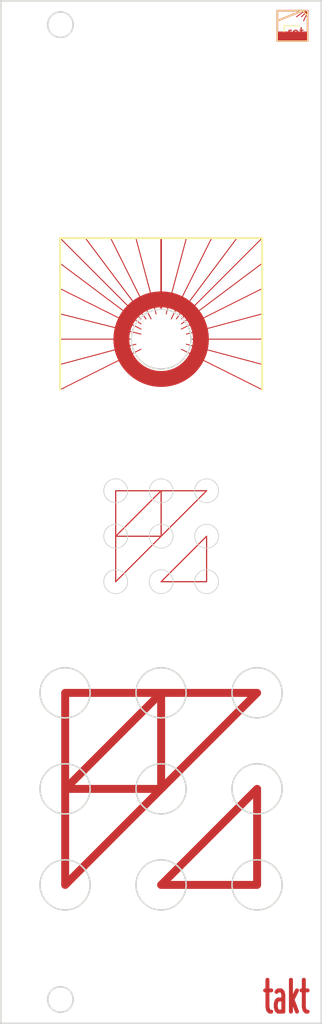
<source format=kicad_pcb>
(kicad_pcb (version 20171130) (host pcbnew "(5.1.2)-1")

  (general
    (thickness 1.6)
    (drawings 157)
    (tracks 0)
    (zones 0)
    (modules 0)
    (nets 1)
  )

  (page A4)
  (layers
    (0 F.Cu signal)
    (31 B.Cu signal)
    (32 B.Adhes user)
    (33 F.Adhes user)
    (34 B.Paste user)
    (35 F.Paste user)
    (36 B.SilkS user)
    (37 F.SilkS user)
    (38 B.Mask user hide)
    (39 F.Mask user)
    (40 Dwgs.User user)
    (41 Cmts.User user)
    (42 Eco1.User user)
    (43 Eco2.User user)
    (44 Edge.Cuts user)
    (45 Margin user)
    (46 B.CrtYd user)
    (47 F.CrtYd user)
    (48 B.Fab user)
    (49 F.Fab user)
  )

  (setup
    (last_trace_width 0.25)
    (trace_clearance 0.2)
    (zone_clearance 0.508)
    (zone_45_only no)
    (trace_min 0.2)
    (via_size 0.8)
    (via_drill 0.4)
    (via_min_size 0.4)
    (via_min_drill 0.3)
    (uvia_size 0.3)
    (uvia_drill 0.1)
    (uvias_allowed no)
    (uvia_min_size 0.2)
    (uvia_min_drill 0.1)
    (edge_width 0.05)
    (segment_width 0.2)
    (pcb_text_width 0.3)
    (pcb_text_size 1.5 1.5)
    (mod_edge_width 0.12)
    (mod_text_size 1 1)
    (mod_text_width 0.15)
    (pad_size 1.524 1.524)
    (pad_drill 0.762)
    (pad_to_mask_clearance 0.051)
    (solder_mask_min_width 0.25)
    (aux_axis_origin 0 0)
    (visible_elements FFFFFF7F)
    (pcbplotparams
      (layerselection 0x010fc_ffffffff)
      (usegerberextensions false)
      (usegerberattributes false)
      (usegerberadvancedattributes false)
      (creategerberjobfile false)
      (excludeedgelayer true)
      (linewidth 0.100000)
      (plotframeref false)
      (viasonmask false)
      (mode 1)
      (useauxorigin false)
      (hpglpennumber 1)
      (hpglpenspeed 20)
      (hpglpendiameter 15.000000)
      (psnegative false)
      (psa4output false)
      (plotreference true)
      (plotvalue true)
      (plotinvisibletext false)
      (padsonsilk false)
      (subtractmaskfromsilk false)
      (outputformat 1)
      (mirror false)
      (drillshape 0)
      (scaleselection 1)
      (outputdirectory "./"))
  )

  (net 0 "")

  (net_class Default "This is the default net class."
    (clearance 0.2)
    (trace_width 0.25)
    (via_dia 0.8)
    (via_drill 0.4)
    (uvia_dia 0.3)
    (uvia_drill 0.1)
  )

  (gr_text takt (at 142.6845 146.1135) (layer F.Mask) (tstamp 5CD2099C)
    (effects (font (size 4 2) (thickness 0.3)))
  )
  (gr_text takt (at 142.748 146.177) (layer F.Cu)
    (effects (font (size 4 2) (thickness 0.5)))
  )
  (gr_line (start 142.367 25.654) (end 142.4305 24.892) (layer F.Mask) (width 0.12))
  (gr_text rot (at 143.891 24.892) (layer F.Mask) (tstamp 5CD2096E)
    (effects (font (size 1 1) (thickness 0.15)))
  )
  (gr_line (start 142.621 24.13) (end 144.399 24.13) (layer F.SilkS) (width 0.12) (tstamp 5CD20911))
  (gr_line (start 142.494 24.003) (end 142.4305 24.892) (layer F.SilkS) (width 0.12) (tstamp 5CD20910))
  (gr_line (start 142.494 24.003) (end 142.621 24.13) (layer F.SilkS) (width 0.12) (tstamp 5CD2090F))
  (gr_line (start 142.367 25.654) (end 142.24 25.273) (layer F.Mask) (width 0.12) (tstamp 5CD2090E))
  (gr_line (start 142.24 25.273) (end 142.113 25.4) (layer F.Mask) (width 0.12) (tstamp 5CD2090D))
  (gr_line (start 144.78 22.225) (end 141.605 23.495) (layer F.SilkS) (width 0.12) (tstamp 5CD208DF))
  (gr_line (start 145.415 26.035) (end 145.415 22.225) (layer F.Mask) (width 0.2) (tstamp 5CD208DC))
  (gr_line (start 141.605 26.035) (end 141.605 22.225) (layer F.Mask) (width 0.2) (tstamp 5CD208CB))
  (gr_line (start 141.605 26.035) (end 145.415 26.035) (layer F.Mask) (width 0.2) (tstamp 5CD208CB))
  (gr_line (start 141.605 22.225) (end 145.415 22.225) (layer F.Mask) (width 0.2) (tstamp 5CD208CB))
  (gr_line (start 141.605 26.035) (end 145.415 26.035) (layer F.Cu) (width 0.2) (tstamp 5CD208CB))
  (gr_line (start 145.415 22.225) (end 145.415 26.035) (layer F.Cu) (width 0.2) (tstamp 5CD208C4))
  (gr_line (start 141.605 22.225) (end 145.415 22.225) (layer F.Cu) (width 0.2) (tstamp 5CD208BB))
  (gr_line (start 141.605 22.225) (end 141.605 26.035) (layer F.Cu) (width 0.2))
  (gr_poly (pts (xy 145.415 24.892) (xy 141.605 24.892) (xy 141.605 26.035) (xy 145.415 26.035)) (layer F.Cu) (width 0.1))
  (gr_line (start 145.288 22.733) (end 144.907 23.495) (layer F.Cu) (width 0.12))
  (gr_line (start 144.907 22.352) (end 144.018 22.987) (layer F.Cu) (width 0.12))
  (gr_line (start 145.034 22.606) (end 144.653 22.987) (layer F.Cu) (width 0.12))
  (gr_poly (pts (xy 145.415 22.86) (xy 145.415 22.225) (xy 144.78 22.225)) (layer F.Cu) (width 0.2))
  (gr_poly (pts (xy 145.415 24.765) (xy 145.415 22.86) (xy 144.78 22.225) (xy 141.605 23.495) (xy 141.605 24.765)) (layer F.Mask) (width 0.2))
  (gr_poly (pts (xy 145.415 22.86) (xy 145.415 22.225) (xy 144.78 22.225)) (layer F.Mask) (width 0.2))
  (gr_poly (pts (xy 106.934 21.082) (xy 147.066 21.082) (xy 147.066 149.352) (xy 106.934 149.352)) (layer B.Mask) (width 0.1))
  (gr_line (start 114.935 132.08) (end 139.065 107.95) (layer F.Mask) (width 0.8) (tstamp 5CD20803))
  (gr_line (start 127 132.08) (end 139.065 120.015) (layer F.Mask) (width 0.8) (tstamp 5CD20802))
  (gr_line (start 127 107.95) (end 127 120.015) (layer F.Mask) (width 0.8) (tstamp 5CD20801))
  (gr_line (start 139.065 120.015) (end 139.065 132.08) (layer F.Mask) (width 0.8) (tstamp 5CD20800))
  (gr_line (start 139.065 107.95) (end 114.935 107.95) (layer F.Mask) (width 0.8) (tstamp 5CD207FF))
  (gr_line (start 127 120.015) (end 114.935 120.015) (layer F.Mask) (width 0.8) (tstamp 5CD207FE))
  (gr_line (start 114.935 107.95) (end 114.935 132.08) (layer F.Mask) (width 0.8) (tstamp 5CD207FD))
  (gr_line (start 114.935 120.015) (end 127 107.95) (layer F.Mask) (width 0.8) (tstamp 5CD207FC))
  (gr_line (start 139.065 132.08) (end 127 132.08) (layer F.Mask) (width 0.8) (tstamp 5CD207FB))
  (gr_line (start 139.065 120.015) (end 139.065 132.08) (layer F.Cu) (width 1) (tstamp 5CD207CF))
  (gr_line (start 127 132.08) (end 139.065 120.015) (layer F.Cu) (width 1))
  (gr_line (start 139.065 132.08) (end 127 132.08) (layer F.Cu) (width 1))
  (gr_line (start 127 107.95) (end 127 120.015) (layer F.Cu) (width 1) (tstamp 5CD207CE))
  (gr_line (start 114.935 120.015) (end 127 107.95) (layer F.Cu) (width 1))
  (gr_line (start 127 120.015) (end 114.935 120.015) (layer F.Cu) (width 1))
  (gr_line (start 114.935 132.08) (end 139.065 107.95) (layer F.Cu) (width 1) (tstamp 5CD207CD))
  (gr_line (start 114.935 107.95) (end 114.935 132.08) (layer F.Cu) (width 1))
  (gr_line (start 139.065 107.95) (end 114.935 107.95) (layer F.Cu) (width 1))
  (gr_text rot (at 143.891 24.892) (layer F.Cu)
    (effects (font (size 1 1) (thickness 0.15)))
  )
  (gr_line (start 144.78 22.225) (end 141.605 23.495) (layer F.Cu) (width 0.2))
  (gr_line (start 145.415 22.86) (end 144.78 22.225) (layer F.SilkS) (width 0.12))
  (gr_line (start 141.605 26.035) (end 145.415 26.035) (layer F.SilkS) (width 0.12) (tstamp 5CD207AC))
  (gr_line (start 141.605 22.225) (end 145.415 22.225) (layer F.SilkS) (width 0.12) (tstamp 5CD207AB))
  (gr_line (start 145.415 26.035) (end 145.415 22.225) (layer F.SilkS) (width 0.12))
  (gr_line (start 141.605 22.225) (end 141.605 26.035) (layer F.SilkS) (width 0.12))
  (gr_line (start 127 88.265) (end 121.285 88.265) (layer F.Cu) (width 0.15) (tstamp 5CD206E4))
  (gr_line (start 132.715 82.55) (end 121.285 82.55) (layer F.Cu) (width 0.15) (tstamp 5CD206E3))
  (gr_line (start 121.285 88.265) (end 127 82.55) (layer F.Cu) (width 0.15) (tstamp 5CD206E2))
  (gr_line (start 121.285 93.98) (end 132.715 82.55) (layer F.Cu) (width 0.15) (tstamp 5CD206DE))
  (gr_line (start 127 93.98) (end 132.715 93.98) (layer F.Cu) (width 0.15) (tstamp 5CD206DD))
  (gr_line (start 121.285 82.55) (end 121.285 93.98) (layer F.Cu) (width 0.15) (tstamp 5CD206DC))
  (gr_line (start 132.715 88.265) (end 127 93.98) (layer F.Cu) (width 0.15) (tstamp 5CD206DA))
  (gr_line (start 132.715 93.98) (end 132.715 88.265) (layer F.Cu) (width 0.15) (tstamp 5CD206D9))
  (gr_line (start 127 82.55) (end 127 88.265) (layer F.Cu) (width 0.15) (tstamp 5CD206D8))
  (gr_text 63 (at 113.03 60.325) (layer F.Mask) (tstamp 5CD206BD)
    (effects (font (size 1 1) (thickness 0.15)))
  )
  (gr_text 217 (at 141.605 60.325) (layer F.Mask) (tstamp 5CD206BD)
    (effects (font (size 1 1) (thickness 0.15)))
  )
  (gr_text 184 (at 140.97 49.53) (layer F.Mask) (tstamp 5CD206A6)
    (effects (font (size 1 1) (thickness 0.15)))
  )
  (gr_text 96 (at 113.03 49.53) (layer F.Mask) (tstamp 5CD206A6)
    (effects (font (size 1 1) (thickness 0.15)))
  )
  (gr_text 140 (at 127 49.53) (layer F.Mask) (tstamp 5CD206A6)
    (effects (font (size 1 1) (thickness 0.15)))
  )
  (gr_text 250 (at 141.605 69.85) (layer F.Mask) (tstamp 5CD206A6)
    (effects (font (size 1 1) (thickness 0.15)))
  )
  (gr_text 30 (at 113.03 69.85) (layer F.Mask)
    (effects (font (size 1 1) (thickness 0.15)))
  )
  (gr_circle (center 127 63.5) (end 132 63.5) (layer F.Mask) (width 2) (tstamp 5CD2069B))
  (gr_line (start 130.175 64.135) (end 139.7 66.675) (layer F.Mask) (width 0.12))
  (gr_circle (center 127 63.5) (end 132 63.5) (layer F.Cu) (width 2) (tstamp 5CD205F4))
  (gr_line (start 130.175 50.8) (end 127.635 60.325) (layer F.Mask) (width 0.12) (tstamp 5CD20609))
  (gr_line (start 114.3 69.85) (end 124.46 64.77) (layer F.Mask) (width 0.12) (tstamp 5CD20608))
  (gr_line (start 114.3 66.675) (end 123.825 64.135) (layer F.Mask) (width 0.12) (tstamp 5CD20607))
  (gr_line (start 114.3 60.325) (end 124.46 62.865) (layer F.Mask) (width 0.12) (tstamp 5CD20606))
  (gr_line (start 114.3 53.975) (end 124.46 61.595) (layer F.Mask) (width 0.12) (tstamp 5CD20605))
  (gr_line (start 114.3 50.8) (end 124.46 60.96) (layer F.Mask) (width 0.12) (tstamp 5CD20604))
  (gr_line (start 114.3 63.5) (end 123.19 63.5) (layer F.Mask) (width 0.12) (tstamp 5CD20603))
  (gr_line (start 117.475 50.8) (end 125.095 60.96) (layer F.Mask) (width 0.12) (tstamp 5CD20602))
  (gr_line (start 114.3 57.15) (end 124.46 62.23) (layer F.Mask) (width 0.12) (tstamp 5CD20601))
  (gr_line (start 120.65 50.8) (end 125.73 60.96) (layer F.Mask) (width 0.12) (tstamp 5CD205FF))
  (gr_line (start 123.825 50.8) (end 126.365 60.325) (layer F.Mask) (width 0.12) (tstamp 5CD205FE))
  (gr_line (start 139.7 60.325) (end 130.175 62.865) (layer F.Mask) (width 0.12) (tstamp 5CD205FD))
  (gr_line (start 139.7 53.975) (end 129.54 61.595) (layer F.Mask) (width 0.12) (tstamp 5CD205FC))
  (gr_line (start 129.54 60.96) (end 139.7 50.8) (layer F.Mask) (width 0.12) (tstamp 5CD205FB))
  (gr_line (start 133.35 50.8) (end 128.27 60.96) (layer F.Mask) (width 0.12) (tstamp 5CD205FA))
  (gr_line (start 127 59.69) (end 127 50.8) (layer F.Mask) (width 0.2) (tstamp 5CD205F9))
  (gr_line (start 139.7 57.15) (end 129.54 62.23) (layer F.Mask) (width 0.12) (tstamp 5CD205F8))
  (gr_line (start 136.525 50.8) (end 128.905 60.96) (layer F.Mask) (width 0.12) (tstamp 5CD205F7))
  (gr_line (start 130.81 63.5) (end 139.7 63.5) (layer F.Mask) (width 0.12) (tstamp 5CD205F6))
  (gr_line (start 139.7 69.85) (end 129.54 64.77) (layer F.Mask) (width 0.12) (tstamp 5CD205F5))
  (gr_line (start 139.7 50.8) (end 139.7 69.85) (layer F.SilkS) (width 0.25))
  (gr_line (start 114.3 50.8) (end 139.7 50.8) (layer F.SilkS) (width 0.25))
  (gr_line (start 114.3 69.85) (end 114.3 50.8) (layer F.SilkS) (width 0.25))
  (gr_line (start 114.3 66.675) (end 123.825 64.135) (layer F.Cu) (width 0.12))
  (gr_line (start 114.3 60.325) (end 124.46 62.865) (layer F.Cu) (width 0.12))
  (gr_line (start 114.3 53.975) (end 124.46 61.595) (layer F.Cu) (width 0.12))
  (gr_line (start 117.475 50.8) (end 125.095 60.96) (layer F.Cu) (width 0.12))
  (gr_line (start 123.825 50.8) (end 126.365 60.325) (layer F.Cu) (width 0.12))
  (gr_line (start 120.65 50.8) (end 125.73 60.96) (layer F.Cu) (width 0.12))
  (gr_line (start 114.3 50.8) (end 124.46 60.96) (layer F.Cu) (width 0.12))
  (gr_line (start 114.3 57.15) (end 124.46 62.23) (layer F.Cu) (width 0.12))
  (gr_line (start 114.3 63.5) (end 123.19 63.5) (layer F.Cu) (width 0.12))
  (gr_line (start 114.3 69.85) (end 124.46 64.77) (layer F.Cu) (width 0.12))
  (gr_line (start 139.7 66.675) (end 130.175 64.135) (layer F.Cu) (width 0.12))
  (gr_line (start 139.7 60.325) (end 130.175 62.865) (layer F.Cu) (width 0.12))
  (gr_line (start 130.175 50.8) (end 127.635 60.325) (layer F.Cu) (width 0.12))
  (gr_line (start 136.525 50.8) (end 128.905 60.96) (layer F.Cu) (width 0.12))
  (gr_line (start 139.7 53.975) (end 129.54 61.595) (layer F.Cu) (width 0.12))
  (gr_line (start 139.7 69.85) (end 129.54 64.77) (layer F.Cu) (width 0.12))
  (gr_line (start 133.35 50.8) (end 128.27 60.96) (layer F.Cu) (width 0.12))
  (gr_line (start 139.7 57.15) (end 129.54 62.23) (layer F.Cu) (width 0.12))
  (gr_line (start 129.54 60.96) (end 139.7 50.8) (layer F.Cu) (width 0.12))
  (gr_line (start 130.81 63.5) (end 139.7 63.5) (layer F.Cu) (width 0.12))
  (gr_line (start 127 59.69) (end 127 50.8) (layer F.Cu) (width 0.2))
  (gr_line (start 132.715 88.265) (end 127 93.98) (layer F.Mask) (width 0.15) (tstamp 5CD20543))
  (gr_line (start 132.715 93.98) (end 132.715 88.265) (layer F.Mask) (width 0.15))
  (gr_line (start 127 93.98) (end 132.715 93.98) (layer F.Mask) (width 0.15))
  (gr_line (start 127 82.55) (end 127 88.265) (layer F.Mask) (width 0.15) (tstamp 5CD20542))
  (gr_line (start 121.285 88.265) (end 127 82.55) (layer F.Mask) (width 0.15))
  (gr_line (start 127 88.265) (end 121.285 88.265) (layer F.Mask) (width 0.15))
  (gr_line (start 121.285 82.55) (end 121.285 93.98) (layer F.Mask) (width 0.15) (tstamp 5CD20541))
  (gr_line (start 132.715 82.55) (end 121.285 82.55) (layer F.Mask) (width 0.15))
  (gr_line (start 121.285 93.98) (end 132.715 82.55) (layer F.Mask) (width 0.15))
  (gr_text "1    \n    32" (at 121.285 93.98) (layer F.Mask) (tstamp 5CD20524)
    (effects (font (size 1 1) (thickness 0.25)))
  )
  (gr_text "1    \n    5" (at 127 93.98) (layer F.Mask) (tstamp 5CD20524)
    (effects (font (size 1 1) (thickness 0.25)))
  )
  (gr_text "1    \n    9" (at 132.715 93.98) (layer F.Mask) (tstamp 5CD20524)
    (effects (font (size 1 1) (thickness 0.25)))
  )
  (gr_text "1    \n    3" (at 132.715 88.265) (layer F.Mask) (tstamp 5CD20524)
    (effects (font (size 1 1) (thickness 0.25)))
  )
  (gr_text "1    \n    16" (at 127 88.265) (layer F.Mask) (tstamp 5CD20524)
    (effects (font (size 1 1) (thickness 0.25)))
  )
  (gr_text "1    \n    8" (at 121.285 88.265) (layer F.Mask) (tstamp 5CD20524)
    (effects (font (size 1 1) (thickness 0.25)))
  )
  (gr_text "1    \n    4" (at 132.715 82.55) (layer F.Mask) (tstamp 5CD2050C)
    (effects (font (size 1 1) (thickness 0.25)))
  )
  (gr_text "2    \n    4" (at 127 82.55) (layer F.Mask) (tstamp 5CD2050C)
    (effects (font (size 1 1) (thickness 0.25)))
  )
  (gr_circle (center 132.715 82.55) (end 134.215 82.55) (layer Edge.Cuts) (width 0.1) (tstamp 5CD204E0))
  (gr_circle (center 121.285 93.98) (end 122.785 93.98) (layer Edge.Cuts) (width 0.1) (tstamp 5CD204DF))
  (gr_circle (center 121.285 82.55) (end 122.785 82.55) (layer Edge.Cuts) (width 0.1) (tstamp 5CD204DE))
  (gr_circle (center 127 93.98) (end 128.5 93.98) (layer Edge.Cuts) (width 0.1) (tstamp 5CD204DD))
  (gr_circle (center 132.715 88.265) (end 134.215 88.265) (layer Edge.Cuts) (width 0.1) (tstamp 5CD204DC))
  (gr_circle (center 121.285 88.265) (end 122.785 88.265) (layer Edge.Cuts) (width 0.1) (tstamp 5CD204DB))
  (gr_circle (center 127 82.55) (end 128.5 82.55) (layer Edge.Cuts) (width 0.1) (tstamp 5CD204DA))
  (gr_circle (center 127 88.265) (end 128.5 88.265) (layer Edge.Cuts) (width 0.1) (tstamp 5CD204D9))
  (gr_circle (center 132.715 93.98) (end 134.215 93.98) (layer Edge.Cuts) (width 0.1) (tstamp 5CD204D8))
  (gr_text "4    \n    4" (at 121.285 82.55) (layer F.Mask)
    (effects (font (size 1 1) (thickness 0.25)))
  )
  (gr_line (start 147.138219 149.48) (end 106.838219 149.48) (layer Edge.Cuts) (width 0.2) (tstamp 5CD201E2))
  (gr_line (start 147.138219 20.98) (end 147.138219 149.48) (layer Edge.Cuts) (width 0.2) (tstamp 5CD201E1))
  (gr_line (start 106.838219 20.98) (end 147.138219 20.98) (layer Edge.Cuts) (width 0.2) (tstamp 5CD201E0))
  (gr_circle (center 114.92 107.940001) (end 118.07 107.940001) (layer Edge.Cuts) (width 0.2) (tstamp 5CD201DF))
  (gr_circle (center 139.06 132.08) (end 142.21 132.08) (layer Edge.Cuts) (width 0.2) (tstamp 5CD201DE))
  (gr_circle (center 126.99 107.940001) (end 130.14 107.940001) (layer Edge.Cuts) (width 0.2) (tstamp 5CD201DD))
  (gr_circle (center 114.338219 23.98) (end 115.938219 23.98) (layer Edge.Cuts) (width 0.2) (tstamp 5CD201DC))
  (gr_circle (center 114.338219 146.48) (end 115.938219 146.48) (layer Edge.Cuts) (width 0.2) (tstamp 5CD201DB))
  (gr_line (start 106.838219 149.48) (end 106.838219 20.98) (layer Edge.Cuts) (width 0.2) (tstamp 5CD201DA))
  (gr_circle (center 139.06 107.940001) (end 142.21 107.940001) (layer Edge.Cuts) (width 0.2) (tstamp 5CD201D9))
  (gr_circle (center 127 63.5) (end 130.75 63.5) (layer Edge.Cuts) (width 0.2) (tstamp 5CD201D8))
  (gr_circle (center 114.92 132.08) (end 118.07 132.08) (layer Edge.Cuts) (width 0.2) (tstamp 5CD201D7))
  (gr_circle (center 126.99 132.08) (end 130.14 132.08) (layer Edge.Cuts) (width 0.2) (tstamp 5CD201D6))
  (gr_circle (center 126.99 120.01) (end 130.14 120.01) (layer Edge.Cuts) (width 0.2) (tstamp 5CD201D5))
  (gr_circle (center 139.06 120.01) (end 142.21 120.01) (layer Edge.Cuts) (width 0.2) (tstamp 5CD201D4))
  (gr_circle (center 114.92 120.01) (end 118.07 120.01) (layer Edge.Cuts) (width 0.2) (tstamp 5CD201D3))

)

</source>
